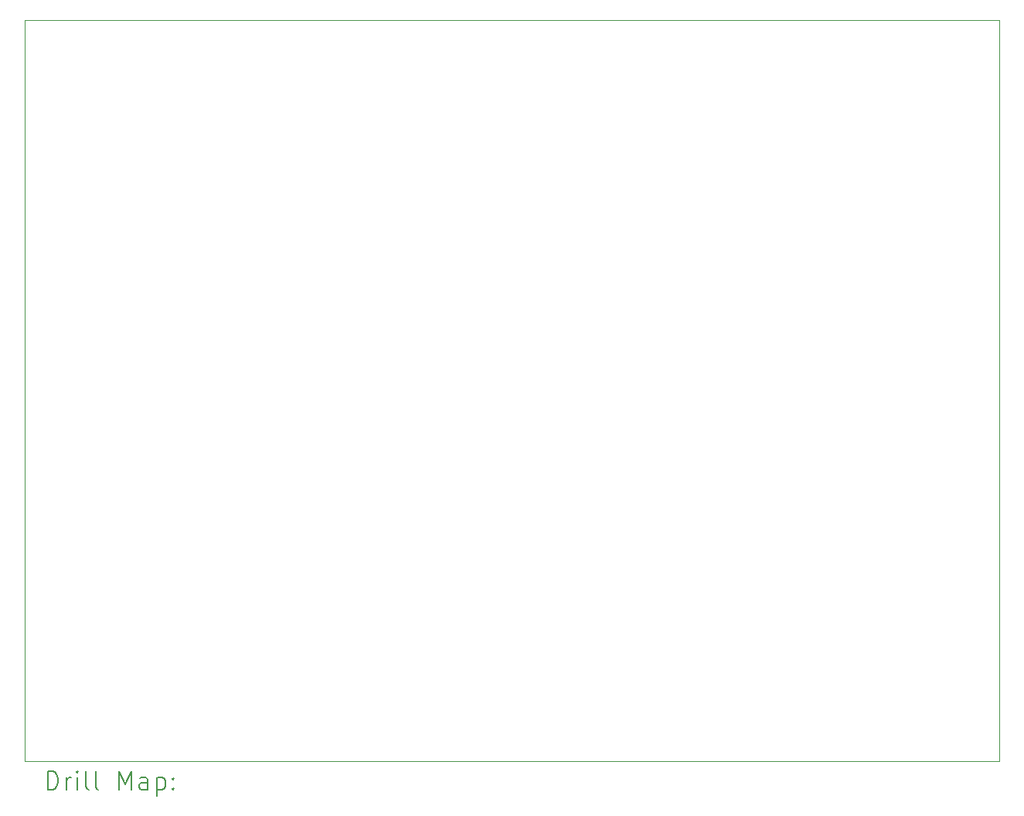
<source format=gbr>
%TF.GenerationSoftware,KiCad,Pcbnew,(6.0.7)*%
%TF.CreationDate,2023-05-13T08:52:07+05:30*%
%TF.ProjectId,DSP_board,4453505f-626f-4617-9264-2e6b69636164,rev?*%
%TF.SameCoordinates,Original*%
%TF.FileFunction,Drillmap*%
%TF.FilePolarity,Positive*%
%FSLAX45Y45*%
G04 Gerber Fmt 4.5, Leading zero omitted, Abs format (unit mm)*
G04 Created by KiCad (PCBNEW (6.0.7)) date 2023-05-13 08:52:07*
%MOMM*%
%LPD*%
G01*
G04 APERTURE LIST*
%ADD10C,0.100000*%
%ADD11C,0.200000*%
G04 APERTURE END LIST*
D10*
X8606000Y-6388000D02*
X19285000Y-6388000D01*
X19285000Y-6388000D02*
X19285000Y-14506000D01*
X19285000Y-14506000D02*
X8606000Y-14506000D01*
X8606000Y-14506000D02*
X8606000Y-6388000D01*
D11*
X8858619Y-14821476D02*
X8858619Y-14621476D01*
X8906238Y-14621476D01*
X8934810Y-14631000D01*
X8953857Y-14650048D01*
X8963381Y-14669095D01*
X8972905Y-14707190D01*
X8972905Y-14735762D01*
X8963381Y-14773857D01*
X8953857Y-14792905D01*
X8934810Y-14811952D01*
X8906238Y-14821476D01*
X8858619Y-14821476D01*
X9058619Y-14821476D02*
X9058619Y-14688143D01*
X9058619Y-14726238D02*
X9068143Y-14707190D01*
X9077667Y-14697667D01*
X9096714Y-14688143D01*
X9115762Y-14688143D01*
X9182429Y-14821476D02*
X9182429Y-14688143D01*
X9182429Y-14621476D02*
X9172905Y-14631000D01*
X9182429Y-14640524D01*
X9191952Y-14631000D01*
X9182429Y-14621476D01*
X9182429Y-14640524D01*
X9306238Y-14821476D02*
X9287190Y-14811952D01*
X9277667Y-14792905D01*
X9277667Y-14621476D01*
X9411000Y-14821476D02*
X9391952Y-14811952D01*
X9382429Y-14792905D01*
X9382429Y-14621476D01*
X9639571Y-14821476D02*
X9639571Y-14621476D01*
X9706238Y-14764333D01*
X9772905Y-14621476D01*
X9772905Y-14821476D01*
X9953857Y-14821476D02*
X9953857Y-14716714D01*
X9944333Y-14697667D01*
X9925286Y-14688143D01*
X9887190Y-14688143D01*
X9868143Y-14697667D01*
X9953857Y-14811952D02*
X9934810Y-14821476D01*
X9887190Y-14821476D01*
X9868143Y-14811952D01*
X9858619Y-14792905D01*
X9858619Y-14773857D01*
X9868143Y-14754809D01*
X9887190Y-14745286D01*
X9934810Y-14745286D01*
X9953857Y-14735762D01*
X10049095Y-14688143D02*
X10049095Y-14888143D01*
X10049095Y-14697667D02*
X10068143Y-14688143D01*
X10106238Y-14688143D01*
X10125286Y-14697667D01*
X10134810Y-14707190D01*
X10144333Y-14726238D01*
X10144333Y-14783381D01*
X10134810Y-14802428D01*
X10125286Y-14811952D01*
X10106238Y-14821476D01*
X10068143Y-14821476D01*
X10049095Y-14811952D01*
X10230048Y-14802428D02*
X10239571Y-14811952D01*
X10230048Y-14821476D01*
X10220524Y-14811952D01*
X10230048Y-14802428D01*
X10230048Y-14821476D01*
X10230048Y-14697667D02*
X10239571Y-14707190D01*
X10230048Y-14716714D01*
X10220524Y-14707190D01*
X10230048Y-14697667D01*
X10230048Y-14716714D01*
M02*

</source>
